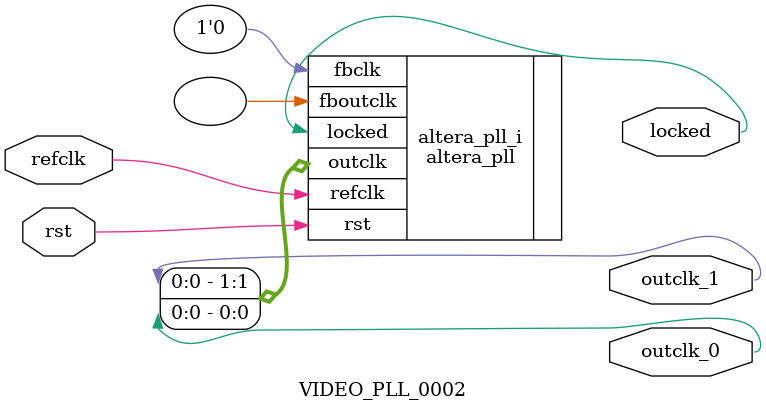
<source format=v>
`timescale 1ns/10ps
module  VIDEO_PLL_0002(

	// interface 'refclk'
	input wire refclk,

	// interface 'reset'
	input wire rst,

	// interface 'outclk0'
	output wire outclk_0,

	// interface 'outclk1'
	output wire outclk_1,

	// interface 'locked'
	output wire locked
);

	altera_pll #(
		.fractional_vco_multiplier("false"),
		.reference_clock_frequency("50.0 MHz"),
		.operation_mode("direct"),
		.number_of_clocks(2),
		.output_clock_frequency0("20.000000 MHz"),
		.phase_shift0("0 ps"),
		.duty_cycle0(50),
		.output_clock_frequency1("25.000000 MHz"),
		.phase_shift1("0 ps"),
		.duty_cycle1(50),
		.output_clock_frequency2("0 MHz"),
		.phase_shift2("0 ps"),
		.duty_cycle2(50),
		.output_clock_frequency3("0 MHz"),
		.phase_shift3("0 ps"),
		.duty_cycle3(50),
		.output_clock_frequency4("0 MHz"),
		.phase_shift4("0 ps"),
		.duty_cycle4(50),
		.output_clock_frequency5("0 MHz"),
		.phase_shift5("0 ps"),
		.duty_cycle5(50),
		.output_clock_frequency6("0 MHz"),
		.phase_shift6("0 ps"),
		.duty_cycle6(50),
		.output_clock_frequency7("0 MHz"),
		.phase_shift7("0 ps"),
		.duty_cycle7(50),
		.output_clock_frequency8("0 MHz"),
		.phase_shift8("0 ps"),
		.duty_cycle8(50),
		.output_clock_frequency9("0 MHz"),
		.phase_shift9("0 ps"),
		.duty_cycle9(50),
		.output_clock_frequency10("0 MHz"),
		.phase_shift10("0 ps"),
		.duty_cycle10(50),
		.output_clock_frequency11("0 MHz"),
		.phase_shift11("0 ps"),
		.duty_cycle11(50),
		.output_clock_frequency12("0 MHz"),
		.phase_shift12("0 ps"),
		.duty_cycle12(50),
		.output_clock_frequency13("0 MHz"),
		.phase_shift13("0 ps"),
		.duty_cycle13(50),
		.output_clock_frequency14("0 MHz"),
		.phase_shift14("0 ps"),
		.duty_cycle14(50),
		.output_clock_frequency15("0 MHz"),
		.phase_shift15("0 ps"),
		.duty_cycle15(50),
		.output_clock_frequency16("0 MHz"),
		.phase_shift16("0 ps"),
		.duty_cycle16(50),
		.output_clock_frequency17("0 MHz"),
		.phase_shift17("0 ps"),
		.duty_cycle17(50),
		.pll_type("General"),
		.pll_subtype("General")
	) altera_pll_i (
		.rst	(rst),
		.outclk	({outclk_1, outclk_0}),
		.locked	(locked),
		.fboutclk	( ),
		.fbclk	(1'b0),
		.refclk	(refclk)
	);
endmodule


</source>
